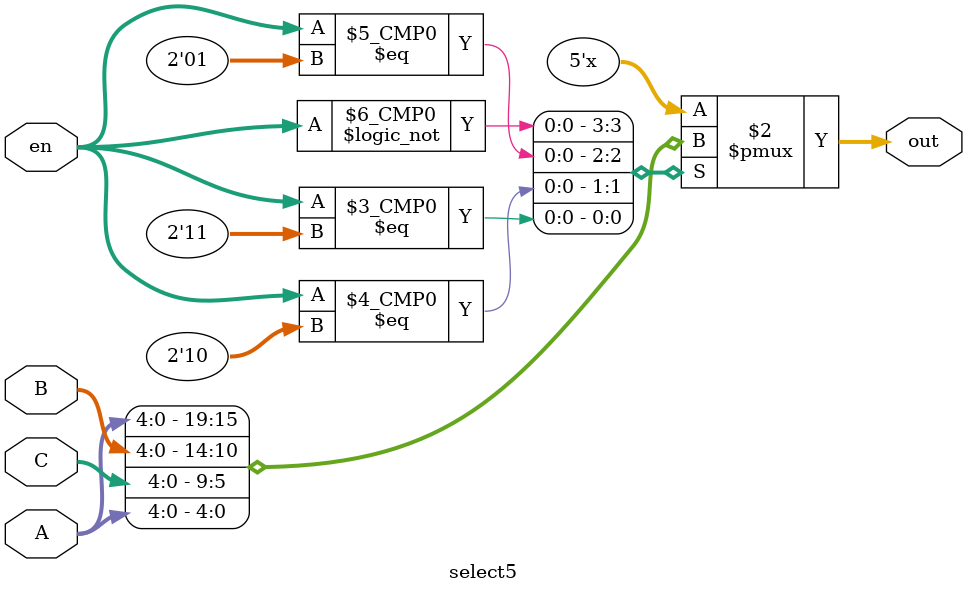
<source format=v>
`timescale 1ns / 1ps
module select5(  
	input [1:0] en,
	input [4:0] A,B,C,
	output reg[4:0] out
);
	always@(*)
	begin
		case(en[1:0])
			2'b00:out<=A;
			2'b01:out<=B;
			2'b10:out<=C;
			2'b11:out<=A;
		endcase
	end
endmodule

</source>
